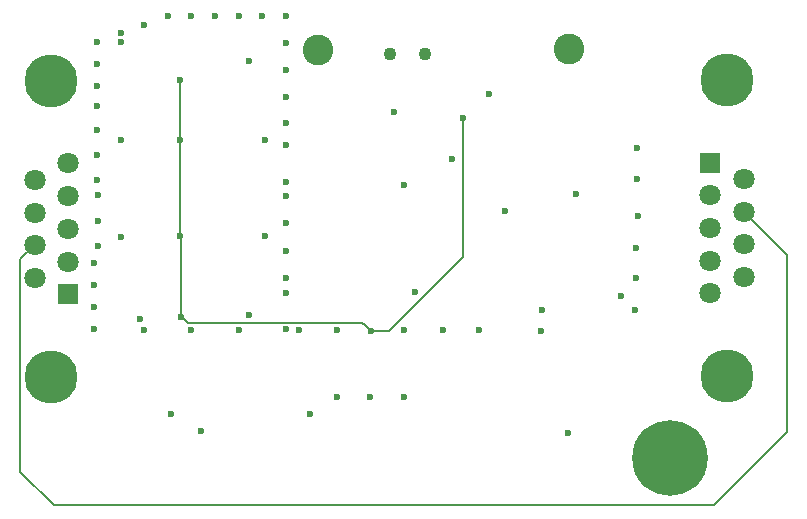
<source format=gbr>
%TF.GenerationSoftware,KiCad,Pcbnew,9.0.7*%
%TF.CreationDate,2026-02-04T08:31:01+01:00*%
%TF.ProjectId,icncconv,69636e63-636f-46e7-962e-6b696361645f,rev?*%
%TF.SameCoordinates,Original*%
%TF.FileFunction,Copper,L4,Bot*%
%TF.FilePolarity,Positive*%
%FSLAX46Y46*%
G04 Gerber Fmt 4.6, Leading zero omitted, Abs format (unit mm)*
G04 Created by KiCad (PCBNEW 9.0.7) date 2026-02-04 08:31:01*
%MOMM*%
%LPD*%
G01*
G04 APERTURE LIST*
%TA.AperFunction,ComponentPad*%
%ADD10C,1.100000*%
%TD*%
%TA.AperFunction,ComponentPad*%
%ADD11R,1.800000X1.800000*%
%TD*%
%TA.AperFunction,ComponentPad*%
%ADD12C,1.800000*%
%TD*%
%TA.AperFunction,ComponentPad*%
%ADD13C,4.500000*%
%TD*%
%TA.AperFunction,ComponentPad*%
%ADD14C,2.600000*%
%TD*%
%TA.AperFunction,ComponentPad*%
%ADD15C,6.400000*%
%TD*%
%TA.AperFunction,ViaPad*%
%ADD16C,0.600000*%
%TD*%
%TA.AperFunction,Conductor*%
%ADD17C,0.200000*%
%TD*%
G04 APERTURE END LIST*
D10*
%TO.P,SW1,*%
%TO.N,*%
X152750000Y-85650000D03*
X155750000Y-85650000D03*
%TD*%
D11*
%TO.P,J1,1,Pin_1*%
%TO.N,GND*%
X125506047Y-105973112D03*
D12*
%TO.P,J1,2,Pin_2*%
%TO.N,COS-*%
X125506047Y-103203112D03*
%TO.P,J1,3,Pin_3*%
%TO.N,COS+*%
X125506047Y-100433112D03*
%TO.P,J1,4,Pin_4*%
%TO.N,SIN-*%
X125506047Y-97663112D03*
%TO.P,J1,5,Pin_5*%
%TO.N,SIN+*%
X125506047Y-94893112D03*
%TO.P,J1,6,Pin_6*%
%TO.N,+5V*%
X122666047Y-104593112D03*
%TO.P,J1,7,Pin_7*%
%TO.N,SHIELD*%
X122666047Y-101823112D03*
%TO.P,J1,8,Pin_8*%
%TO.N,IDX-*%
X122666047Y-99053112D03*
%TO.P,J1,9,Pin_9*%
%TO.N,IDX+*%
X122666047Y-96283112D03*
D13*
%TO.P,J1,10,Pin_10*%
%TO.N,GNDS*%
X124086047Y-87933112D03*
%TO.P,J1,11,Pin_11*%
X124086047Y-112933112D03*
%TD*%
D14*
%TO.P,TP1,1,1*%
%TO.N,Net-(RV3-Pad2)*%
X167900000Y-85200000D03*
%TD*%
%TO.P,TP2,1,1*%
%TO.N,GND*%
X146700000Y-85300000D03*
%TD*%
D15*
%TO.P,H5,1,1*%
%TO.N,GNDS*%
X176490000Y-119820000D03*
%TD*%
D11*
%TO.P,J3,1,Pin_1*%
%TO.N,GND*%
X179880000Y-94820000D03*
D12*
%TO.P,J3,2,Pin_2*%
%TO.N,A+*%
X179880000Y-97590000D03*
%TO.P,J3,3,Pin_3*%
%TO.N,A-*%
X179880000Y-100360000D03*
%TO.P,J3,4,Pin_4*%
%TO.N,B+*%
X179880000Y-103130000D03*
%TO.P,J3,5,Pin_5*%
%TO.N,Z-*%
X179880000Y-105900000D03*
%TO.P,J3,6,Pin_6*%
%TO.N,+5V*%
X182720000Y-96200000D03*
%TO.P,J3,7,Pin_7*%
%TO.N,SHIELD*%
X182720000Y-98970000D03*
%TO.P,J3,8,Pin_8*%
%TO.N,B-*%
X182720000Y-101740000D03*
%TO.P,J3,9,Pin_9*%
%TO.N,Z+*%
X182720000Y-104510000D03*
D13*
%TO.P,J3,10,Pin_10*%
%TO.N,GNDS*%
X181300000Y-112860000D03*
%TO.P,J3,11,Pin_11*%
X181300000Y-87860000D03*
%TD*%
D16*
%TO.N,GND*%
X127940000Y-88345000D03*
X127940000Y-86490000D03*
X127970000Y-84635000D03*
X130010000Y-84610000D03*
X129960000Y-83880000D03*
X131950000Y-83160000D03*
X133940000Y-82425000D03*
X135940000Y-82425000D03*
X137940000Y-82425000D03*
X139940000Y-82440000D03*
X141940000Y-82425000D03*
X143940000Y-82430000D03*
X143950000Y-84722465D03*
X143970000Y-87014929D03*
X143960000Y-89307394D03*
X143970000Y-91510000D03*
X143950000Y-93330000D03*
X143960000Y-96430000D03*
X143950000Y-97680000D03*
X143960000Y-99946667D03*
X143960000Y-102313333D03*
X143950000Y-104600000D03*
X143970000Y-105820000D03*
X127930000Y-90040000D03*
X127920000Y-92036667D03*
X127920000Y-94183333D03*
X127930000Y-96270000D03*
X128040000Y-97540000D03*
X128050000Y-99730000D03*
X128040000Y-101910000D03*
X127680000Y-103360000D03*
X127670000Y-105210000D03*
X127680000Y-107080000D03*
X127700000Y-108950000D03*
X131897500Y-109000000D03*
X135925000Y-109000000D03*
X139952500Y-109000000D03*
X143950000Y-108950000D03*
X173550000Y-102070000D03*
X145960000Y-116135000D03*
X148288000Y-109000000D03*
X131550000Y-108070000D03*
X140820000Y-107760000D03*
X130020000Y-101110000D03*
X151090000Y-114700000D03*
X153979000Y-109000000D03*
X160300000Y-108990000D03*
X136720000Y-117555000D03*
X140830000Y-86210000D03*
X154900000Y-105800000D03*
X173550000Y-104550000D03*
X142190000Y-92870000D03*
X157967500Y-94490000D03*
X157209500Y-109000000D03*
X162492300Y-98919750D03*
X173670000Y-96231750D03*
X173680000Y-93590000D03*
X173750000Y-99350000D03*
X161175000Y-88975000D03*
X130020000Y-92895000D03*
X173490000Y-107300000D03*
X165550000Y-109050000D03*
X142180000Y-101030000D03*
X167810000Y-117730000D03*
X145057500Y-109000000D03*
%TO.N,ICNV_VREF*%
X135010000Y-92920000D03*
X158960000Y-91080000D03*
X135010000Y-101030000D03*
X135020000Y-107890000D03*
X151130000Y-109110000D03*
X135010000Y-87840000D03*
%TO.N,+5V*%
X148288000Y-114700000D03*
X153910000Y-96720000D03*
X134250000Y-116115000D03*
X172330000Y-106100000D03*
X153100000Y-90500000D03*
X153979000Y-114700000D03*
X165600000Y-107310000D03*
X168492300Y-97472550D03*
%TD*%
D17*
%TO.N,SHIELD*%
X186360000Y-102610000D02*
X182720000Y-98970000D01*
X186360000Y-117640000D02*
X186360000Y-102610000D01*
X180150000Y-123850000D02*
X186360000Y-117640000D01*
X124270000Y-123850000D02*
X180150000Y-123850000D01*
X121465047Y-121045047D02*
X124270000Y-123850000D01*
X121465047Y-103024112D02*
X121465047Y-121045047D01*
X122666047Y-101823112D02*
X121465047Y-103024112D01*
%TO.N,ICNV_VREF*%
X135020000Y-107890000D02*
X135020000Y-101040000D01*
X135010000Y-101030000D02*
X135010000Y-92920000D01*
X150615000Y-108595000D02*
X151130000Y-109110000D01*
X158960000Y-102830000D02*
X158960000Y-91080000D01*
X137396000Y-108399000D02*
X135629000Y-108399000D01*
X152680000Y-109110000D02*
X158960000Y-102830000D01*
X135120000Y-101040000D02*
X135110000Y-101030000D01*
X135629000Y-108399000D02*
X135120000Y-107890000D01*
X151130000Y-109110000D02*
X152680000Y-109110000D01*
X135010000Y-92920000D02*
X135010000Y-87840000D01*
X150615000Y-108595000D02*
X150419000Y-108399000D01*
X150419000Y-108399000D02*
X137396000Y-108399000D01*
%TD*%
M02*

</source>
